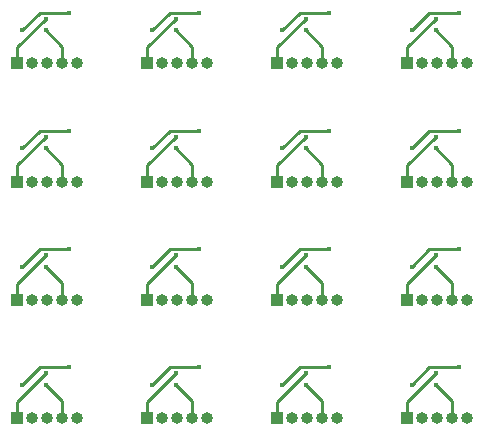
<source format=gbr>
G04 #@! TF.GenerationSoftware,KiCad,Pcbnew,5.0.2-bee76a0~70~ubuntu18.04.1*
G04 #@! TF.CreationDate,2020-02-27T14:19:30+01:00*
G04 #@! TF.ProjectId,output.load_cell_panel,6f757470-7574-42e6-9c6f-61645f63656c,rev?*
G04 #@! TF.SameCoordinates,Original*
G04 #@! TF.FileFunction,Copper,L2,Bot*
G04 #@! TF.FilePolarity,Positive*
%FSLAX46Y46*%
G04 Gerber Fmt 4.6, Leading zero omitted, Abs format (unit mm)*
G04 Created by KiCad (PCBNEW 5.0.2-bee76a0~70~ubuntu18.04.1) date Thu 27 Feb 2020 02:19:30 PM CET*
%MOMM*%
%LPD*%
G01*
G04 APERTURE LIST*
G04 #@! TA.AperFunction,ComponentPad*
%ADD10O,1.000000X1.000000*%
G04 #@! TD*
G04 #@! TA.AperFunction,ComponentPad*
%ADD11R,1.000000X1.000000*%
G04 #@! TD*
G04 #@! TA.AperFunction,ViaPad*
%ADD12C,0.400000*%
G04 #@! TD*
G04 #@! TA.AperFunction,Conductor*
%ADD13C,0.250000*%
G04 #@! TD*
G04 APERTURE END LIST*
D10*
G04 #@! TO.P,J1,5*
G04 #@! TO.N,+3V3*
X168980000Y-105100000D03*
G04 #@! TO.P,J1,4*
G04 #@! TO.N,/sdi*
X167710000Y-105100000D03*
G04 #@! TO.P,J1,3*
G04 #@! TO.N,/sck*
X166440000Y-105100000D03*
G04 #@! TO.P,J1,2*
G04 #@! TO.N,/sdo*
X165170000Y-105100000D03*
D11*
G04 #@! TO.P,J1,1*
G04 #@! TO.N,GND*
X163900000Y-105100000D03*
G04 #@! TD*
D10*
G04 #@! TO.P,J1,5*
G04 #@! TO.N,+3V3*
X157980000Y-105100000D03*
G04 #@! TO.P,J1,4*
G04 #@! TO.N,/sdi*
X156710000Y-105100000D03*
G04 #@! TO.P,J1,3*
G04 #@! TO.N,/sck*
X155440000Y-105100000D03*
G04 #@! TO.P,J1,2*
G04 #@! TO.N,/sdo*
X154170000Y-105100000D03*
D11*
G04 #@! TO.P,J1,1*
G04 #@! TO.N,GND*
X152900000Y-105100000D03*
G04 #@! TD*
D10*
G04 #@! TO.P,J1,5*
G04 #@! TO.N,+3V3*
X146980000Y-105100000D03*
G04 #@! TO.P,J1,4*
G04 #@! TO.N,/sdi*
X145710000Y-105100000D03*
G04 #@! TO.P,J1,3*
G04 #@! TO.N,/sck*
X144440000Y-105100000D03*
G04 #@! TO.P,J1,2*
G04 #@! TO.N,/sdo*
X143170000Y-105100000D03*
D11*
G04 #@! TO.P,J1,1*
G04 #@! TO.N,GND*
X141900000Y-105100000D03*
G04 #@! TD*
D10*
G04 #@! TO.P,J1,5*
G04 #@! TO.N,+3V3*
X135980000Y-105100000D03*
G04 #@! TO.P,J1,4*
G04 #@! TO.N,/sdi*
X134710000Y-105100000D03*
G04 #@! TO.P,J1,3*
G04 #@! TO.N,/sck*
X133440000Y-105100000D03*
G04 #@! TO.P,J1,2*
G04 #@! TO.N,/sdo*
X132170000Y-105100000D03*
D11*
G04 #@! TO.P,J1,1*
G04 #@! TO.N,GND*
X130900000Y-105100000D03*
G04 #@! TD*
D10*
G04 #@! TO.P,J1,5*
G04 #@! TO.N,+3V3*
X168980000Y-95100000D03*
G04 #@! TO.P,J1,4*
G04 #@! TO.N,/sdi*
X167710000Y-95100000D03*
G04 #@! TO.P,J1,3*
G04 #@! TO.N,/sck*
X166440000Y-95100000D03*
G04 #@! TO.P,J1,2*
G04 #@! TO.N,/sdo*
X165170000Y-95100000D03*
D11*
G04 #@! TO.P,J1,1*
G04 #@! TO.N,GND*
X163900000Y-95100000D03*
G04 #@! TD*
D10*
G04 #@! TO.P,J1,5*
G04 #@! TO.N,+3V3*
X157980000Y-95100000D03*
G04 #@! TO.P,J1,4*
G04 #@! TO.N,/sdi*
X156710000Y-95100000D03*
G04 #@! TO.P,J1,3*
G04 #@! TO.N,/sck*
X155440000Y-95100000D03*
G04 #@! TO.P,J1,2*
G04 #@! TO.N,/sdo*
X154170000Y-95100000D03*
D11*
G04 #@! TO.P,J1,1*
G04 #@! TO.N,GND*
X152900000Y-95100000D03*
G04 #@! TD*
D10*
G04 #@! TO.P,J1,5*
G04 #@! TO.N,+3V3*
X146980000Y-95100000D03*
G04 #@! TO.P,J1,4*
G04 #@! TO.N,/sdi*
X145710000Y-95100000D03*
G04 #@! TO.P,J1,3*
G04 #@! TO.N,/sck*
X144440000Y-95100000D03*
G04 #@! TO.P,J1,2*
G04 #@! TO.N,/sdo*
X143170000Y-95100000D03*
D11*
G04 #@! TO.P,J1,1*
G04 #@! TO.N,GND*
X141900000Y-95100000D03*
G04 #@! TD*
D10*
G04 #@! TO.P,J1,5*
G04 #@! TO.N,+3V3*
X135980000Y-95100000D03*
G04 #@! TO.P,J1,4*
G04 #@! TO.N,/sdi*
X134710000Y-95100000D03*
G04 #@! TO.P,J1,3*
G04 #@! TO.N,/sck*
X133440000Y-95100000D03*
G04 #@! TO.P,J1,2*
G04 #@! TO.N,/sdo*
X132170000Y-95100000D03*
D11*
G04 #@! TO.P,J1,1*
G04 #@! TO.N,GND*
X130900000Y-95100000D03*
G04 #@! TD*
D10*
G04 #@! TO.P,J1,5*
G04 #@! TO.N,+3V3*
X168980000Y-85100000D03*
G04 #@! TO.P,J1,4*
G04 #@! TO.N,/sdi*
X167710000Y-85100000D03*
G04 #@! TO.P,J1,3*
G04 #@! TO.N,/sck*
X166440000Y-85100000D03*
G04 #@! TO.P,J1,2*
G04 #@! TO.N,/sdo*
X165170000Y-85100000D03*
D11*
G04 #@! TO.P,J1,1*
G04 #@! TO.N,GND*
X163900000Y-85100000D03*
G04 #@! TD*
D10*
G04 #@! TO.P,J1,5*
G04 #@! TO.N,+3V3*
X157980000Y-85100000D03*
G04 #@! TO.P,J1,4*
G04 #@! TO.N,/sdi*
X156710000Y-85100000D03*
G04 #@! TO.P,J1,3*
G04 #@! TO.N,/sck*
X155440000Y-85100000D03*
G04 #@! TO.P,J1,2*
G04 #@! TO.N,/sdo*
X154170000Y-85100000D03*
D11*
G04 #@! TO.P,J1,1*
G04 #@! TO.N,GND*
X152900000Y-85100000D03*
G04 #@! TD*
D10*
G04 #@! TO.P,J1,5*
G04 #@! TO.N,+3V3*
X146980000Y-85100000D03*
G04 #@! TO.P,J1,4*
G04 #@! TO.N,/sdi*
X145710000Y-85100000D03*
G04 #@! TO.P,J1,3*
G04 #@! TO.N,/sck*
X144440000Y-85100000D03*
G04 #@! TO.P,J1,2*
G04 #@! TO.N,/sdo*
X143170000Y-85100000D03*
D11*
G04 #@! TO.P,J1,1*
G04 #@! TO.N,GND*
X141900000Y-85100000D03*
G04 #@! TD*
D10*
G04 #@! TO.P,J1,5*
G04 #@! TO.N,+3V3*
X135980000Y-85100000D03*
G04 #@! TO.P,J1,4*
G04 #@! TO.N,/sdi*
X134710000Y-85100000D03*
G04 #@! TO.P,J1,3*
G04 #@! TO.N,/sck*
X133440000Y-85100000D03*
G04 #@! TO.P,J1,2*
G04 #@! TO.N,/sdo*
X132170000Y-85100000D03*
D11*
G04 #@! TO.P,J1,1*
G04 #@! TO.N,GND*
X130900000Y-85100000D03*
G04 #@! TD*
D10*
G04 #@! TO.P,J1,5*
G04 #@! TO.N,+3V3*
X168980000Y-75100000D03*
G04 #@! TO.P,J1,4*
G04 #@! TO.N,/sdi*
X167710000Y-75100000D03*
G04 #@! TO.P,J1,3*
G04 #@! TO.N,/sck*
X166440000Y-75100000D03*
G04 #@! TO.P,J1,2*
G04 #@! TO.N,/sdo*
X165170000Y-75100000D03*
D11*
G04 #@! TO.P,J1,1*
G04 #@! TO.N,GND*
X163900000Y-75100000D03*
G04 #@! TD*
D10*
G04 #@! TO.P,J1,5*
G04 #@! TO.N,+3V3*
X157980000Y-75100000D03*
G04 #@! TO.P,J1,4*
G04 #@! TO.N,/sdi*
X156710000Y-75100000D03*
G04 #@! TO.P,J1,3*
G04 #@! TO.N,/sck*
X155440000Y-75100000D03*
G04 #@! TO.P,J1,2*
G04 #@! TO.N,/sdo*
X154170000Y-75100000D03*
D11*
G04 #@! TO.P,J1,1*
G04 #@! TO.N,GND*
X152900000Y-75100000D03*
G04 #@! TD*
D10*
G04 #@! TO.P,J1,5*
G04 #@! TO.N,+3V3*
X146980000Y-75100000D03*
G04 #@! TO.P,J1,4*
G04 #@! TO.N,/sdi*
X145710000Y-75100000D03*
G04 #@! TO.P,J1,3*
G04 #@! TO.N,/sck*
X144440000Y-75100000D03*
G04 #@! TO.P,J1,2*
G04 #@! TO.N,/sdo*
X143170000Y-75100000D03*
D11*
G04 #@! TO.P,J1,1*
G04 #@! TO.N,GND*
X141900000Y-75100000D03*
G04 #@! TD*
G04 #@! TO.P,J1,1*
G04 #@! TO.N,GND*
X130900000Y-75100000D03*
D10*
G04 #@! TO.P,J1,2*
G04 #@! TO.N,/sdo*
X132170000Y-75100000D03*
G04 #@! TO.P,J1,3*
G04 #@! TO.N,/sck*
X133440000Y-75100000D03*
G04 #@! TO.P,J1,4*
G04 #@! TO.N,/sdi*
X134710000Y-75100000D03*
G04 #@! TO.P,J1,5*
G04 #@! TO.N,+3V3*
X135980000Y-75100000D03*
G04 #@! TD*
D12*
G04 #@! TO.N,+3V3*
X131300000Y-72300000D03*
X135300000Y-70815000D03*
X146300000Y-70815000D03*
X157300000Y-70815000D03*
X168300000Y-70815000D03*
X135300000Y-80815000D03*
X146300000Y-80815000D03*
X157300000Y-80815000D03*
X168300000Y-80815000D03*
X135300000Y-90815000D03*
X146300000Y-90815000D03*
X157300000Y-90815000D03*
X168300000Y-90815000D03*
X135300000Y-100815000D03*
X146300000Y-100815000D03*
X157300000Y-100815000D03*
X168300000Y-100815000D03*
X142300000Y-72300000D03*
X153300000Y-72300000D03*
X164300000Y-72300000D03*
X131300000Y-82300000D03*
X142300000Y-82300000D03*
X153300000Y-82300000D03*
X164300000Y-82300000D03*
X131300000Y-92300000D03*
X142300000Y-92300000D03*
X153300000Y-92300000D03*
X164300000Y-92300000D03*
X131300000Y-102300000D03*
X142300000Y-102300000D03*
X153300000Y-102300000D03*
X164300000Y-102300000D03*
G04 #@! TO.N,GND*
X133300000Y-71340000D03*
X144300000Y-71340000D03*
X155300000Y-71340000D03*
X166300000Y-71340000D03*
X133300000Y-81340000D03*
X144300000Y-81340000D03*
X155300000Y-81340000D03*
X166300000Y-81340000D03*
X133300000Y-91340000D03*
X144300000Y-91340000D03*
X155300000Y-91340000D03*
X166300000Y-91340000D03*
X133300000Y-101340000D03*
X144300000Y-101340000D03*
X155300000Y-101340000D03*
X166300000Y-101340000D03*
G04 #@! TO.N,/sdi*
X133300000Y-72300000D03*
X144300000Y-72300000D03*
X155300000Y-72300000D03*
X166300000Y-72300000D03*
X133300000Y-82300000D03*
X144300000Y-82300000D03*
X155300000Y-82300000D03*
X166300000Y-82300000D03*
X133300000Y-92300000D03*
X144300000Y-92300000D03*
X155300000Y-92300000D03*
X166300000Y-92300000D03*
X133300000Y-102300000D03*
X144300000Y-102300000D03*
X155300000Y-102300000D03*
X166300000Y-102300000D03*
G04 #@! TD*
D13*
G04 #@! TO.N,+3V3*
X131300000Y-72300000D02*
X132785000Y-70815000D01*
X132785000Y-70815000D02*
X135300000Y-70815000D01*
X142300000Y-72300000D02*
X143785000Y-70815000D01*
X153300000Y-72300000D02*
X154785000Y-70815000D01*
X164300000Y-72300000D02*
X165785000Y-70815000D01*
X131300000Y-82300000D02*
X132785000Y-80815000D01*
X142300000Y-82300000D02*
X143785000Y-80815000D01*
X153300000Y-82300000D02*
X154785000Y-80815000D01*
X164300000Y-82300000D02*
X165785000Y-80815000D01*
X131300000Y-92300000D02*
X132785000Y-90815000D01*
X142300000Y-92300000D02*
X143785000Y-90815000D01*
X153300000Y-92300000D02*
X154785000Y-90815000D01*
X164300000Y-92300000D02*
X165785000Y-90815000D01*
X131300000Y-102300000D02*
X132785000Y-100815000D01*
X142300000Y-102300000D02*
X143785000Y-100815000D01*
X153300000Y-102300000D02*
X154785000Y-100815000D01*
X164300000Y-102300000D02*
X165785000Y-100815000D01*
X143785000Y-70815000D02*
X146300000Y-70815000D01*
X154785000Y-70815000D02*
X157300000Y-70815000D01*
X165785000Y-70815000D02*
X168300000Y-70815000D01*
X132785000Y-80815000D02*
X135300000Y-80815000D01*
X143785000Y-80815000D02*
X146300000Y-80815000D01*
X154785000Y-80815000D02*
X157300000Y-80815000D01*
X165785000Y-80815000D02*
X168300000Y-80815000D01*
X132785000Y-90815000D02*
X135300000Y-90815000D01*
X143785000Y-90815000D02*
X146300000Y-90815000D01*
X154785000Y-90815000D02*
X157300000Y-90815000D01*
X165785000Y-90815000D02*
X168300000Y-90815000D01*
X132785000Y-100815000D02*
X135300000Y-100815000D01*
X143785000Y-100815000D02*
X146300000Y-100815000D01*
X154785000Y-100815000D02*
X157300000Y-100815000D01*
X165785000Y-100815000D02*
X168300000Y-100815000D01*
G04 #@! TO.N,GND*
X130900000Y-73740000D02*
X130900000Y-75100000D01*
X133300000Y-71340000D02*
X130900000Y-73740000D01*
X144300000Y-71340000D02*
X141900000Y-73740000D01*
X155300000Y-71340000D02*
X152900000Y-73740000D01*
X166300000Y-71340000D02*
X163900000Y-73740000D01*
X133300000Y-81340000D02*
X130900000Y-83740000D01*
X144300000Y-81340000D02*
X141900000Y-83740000D01*
X155300000Y-81340000D02*
X152900000Y-83740000D01*
X166300000Y-81340000D02*
X163900000Y-83740000D01*
X133300000Y-91340000D02*
X130900000Y-93740000D01*
X144300000Y-91340000D02*
X141900000Y-93740000D01*
X155300000Y-91340000D02*
X152900000Y-93740000D01*
X166300000Y-91340000D02*
X163900000Y-93740000D01*
X133300000Y-101340000D02*
X130900000Y-103740000D01*
X144300000Y-101340000D02*
X141900000Y-103740000D01*
X155300000Y-101340000D02*
X152900000Y-103740000D01*
X166300000Y-101340000D02*
X163900000Y-103740000D01*
X141900000Y-73740000D02*
X141900000Y-75100000D01*
X152900000Y-73740000D02*
X152900000Y-75100000D01*
X163900000Y-73740000D02*
X163900000Y-75100000D01*
X130900000Y-83740000D02*
X130900000Y-85100000D01*
X141900000Y-83740000D02*
X141900000Y-85100000D01*
X152900000Y-83740000D02*
X152900000Y-85100000D01*
X163900000Y-83740000D02*
X163900000Y-85100000D01*
X130900000Y-93740000D02*
X130900000Y-95100000D01*
X141900000Y-93740000D02*
X141900000Y-95100000D01*
X152900000Y-93740000D02*
X152900000Y-95100000D01*
X163900000Y-93740000D02*
X163900000Y-95100000D01*
X130900000Y-103740000D02*
X130900000Y-105100000D01*
X141900000Y-103740000D02*
X141900000Y-105100000D01*
X152900000Y-103740000D02*
X152900000Y-105100000D01*
X163900000Y-103740000D02*
X163900000Y-105100000D01*
G04 #@! TO.N,/sdi*
X134710000Y-73710000D02*
X134710000Y-75100000D01*
X133300000Y-72300000D02*
X134710000Y-73710000D01*
X144300000Y-72300000D02*
X145710000Y-73710000D01*
X155300000Y-72300000D02*
X156710000Y-73710000D01*
X166300000Y-72300000D02*
X167710000Y-73710000D01*
X133300000Y-82300000D02*
X134710000Y-83710000D01*
X144300000Y-82300000D02*
X145710000Y-83710000D01*
X155300000Y-82300000D02*
X156710000Y-83710000D01*
X166300000Y-82300000D02*
X167710000Y-83710000D01*
X133300000Y-92300000D02*
X134710000Y-93710000D01*
X144300000Y-92300000D02*
X145710000Y-93710000D01*
X155300000Y-92300000D02*
X156710000Y-93710000D01*
X166300000Y-92300000D02*
X167710000Y-93710000D01*
X133300000Y-102300000D02*
X134710000Y-103710000D01*
X144300000Y-102300000D02*
X145710000Y-103710000D01*
X155300000Y-102300000D02*
X156710000Y-103710000D01*
X166300000Y-102300000D02*
X167710000Y-103710000D01*
X145710000Y-73710000D02*
X145710000Y-75100000D01*
X156710000Y-73710000D02*
X156710000Y-75100000D01*
X167710000Y-73710000D02*
X167710000Y-75100000D01*
X134710000Y-83710000D02*
X134710000Y-85100000D01*
X145710000Y-83710000D02*
X145710000Y-85100000D01*
X156710000Y-83710000D02*
X156710000Y-85100000D01*
X167710000Y-83710000D02*
X167710000Y-85100000D01*
X134710000Y-93710000D02*
X134710000Y-95100000D01*
X145710000Y-93710000D02*
X145710000Y-95100000D01*
X156710000Y-93710000D02*
X156710000Y-95100000D01*
X167710000Y-93710000D02*
X167710000Y-95100000D01*
X134710000Y-103710000D02*
X134710000Y-105100000D01*
X145710000Y-103710000D02*
X145710000Y-105100000D01*
X156710000Y-103710000D02*
X156710000Y-105100000D01*
X167710000Y-103710000D02*
X167710000Y-105100000D01*
G04 #@! TD*
M02*

</source>
